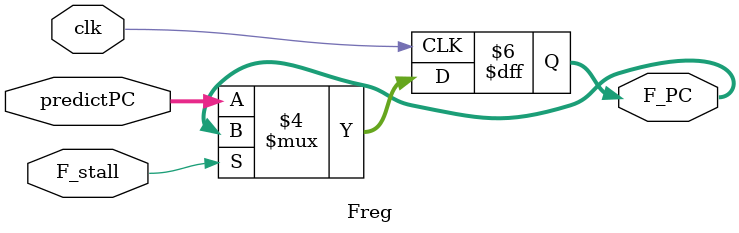
<source format=v>
module Freg(clk, predictPC, F_PC, F_stall);

input clk;
input [63:0] predictPC;
input F_stall;

output reg [63:0] F_PC;
initial begin
    F_PC = 0;
end

always@(posedge(clk))
begin
    if (F_stall == 1'b0)
    begin
        F_PC <= predictPC;
        // $display("F_PC after freg = %h",F_PC);
    end
end

endmodule
</source>
